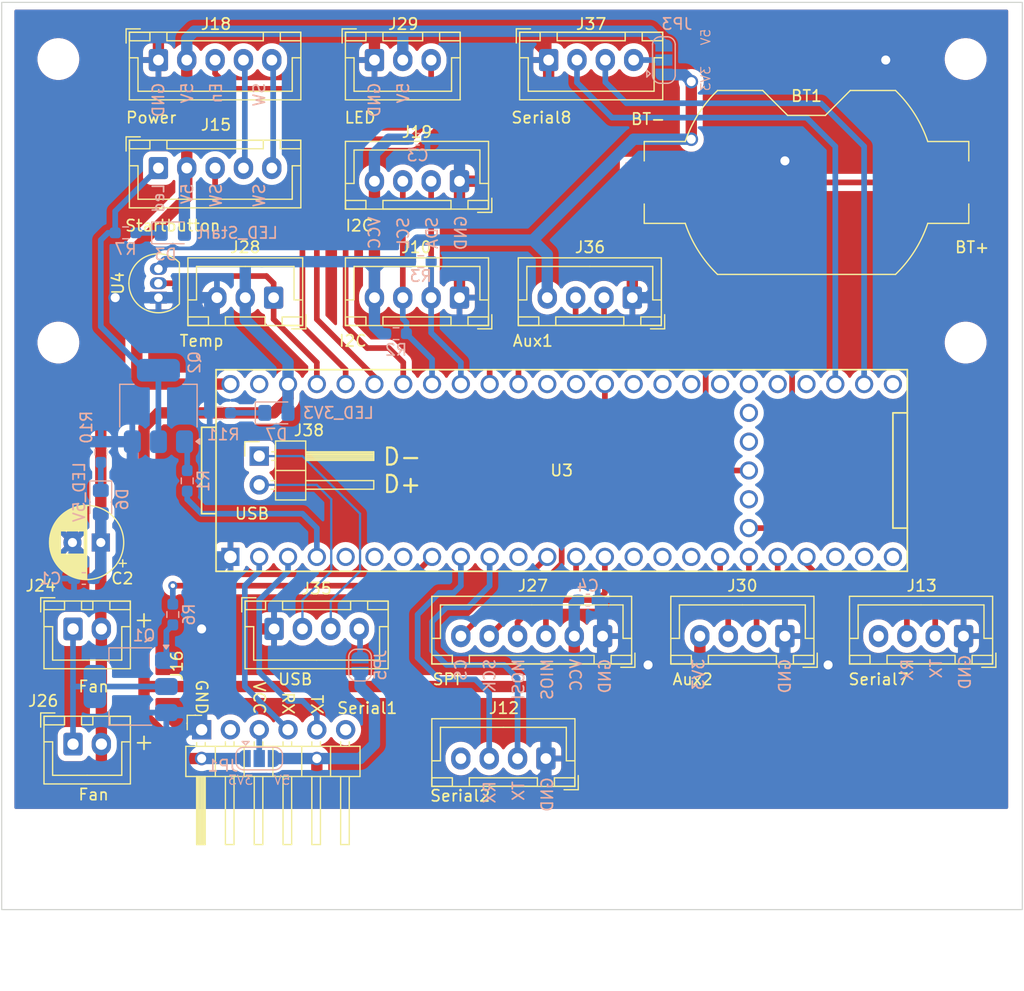
<source format=kicad_pcb>
(kicad_pcb
	(version 20240108)
	(generator "pcbnew")
	(generator_version "8.0")
	(general
		(thickness 1.6)
		(legacy_teardrops no)
	)
	(paper "A4")
	(layers
		(0 "F.Cu" signal)
		(31 "B.Cu" signal)
		(32 "B.Adhes" user "B.Adhesive")
		(33 "F.Adhes" user "F.Adhesive")
		(34 "B.Paste" user)
		(35 "F.Paste" user)
		(36 "B.SilkS" user "B.Silkscreen")
		(37 "F.SilkS" user "F.Silkscreen")
		(38 "B.Mask" user)
		(39 "F.Mask" user)
		(40 "Dwgs.User" user "User.Drawings")
		(41 "Cmts.User" user "User.Comments")
		(42 "Eco1.User" user "User.Eco1")
		(43 "Eco2.User" user "User.Eco2")
		(44 "Edge.Cuts" user)
		(45 "Margin" user)
		(46 "B.CrtYd" user "B.Courtyard")
		(47 "F.CrtYd" user "F.Courtyard")
		(48 "B.Fab" user)
		(49 "F.Fab" user)
		(50 "User.1" user)
		(51 "User.2" user)
		(52 "User.3" user)
		(53 "User.4" user)
		(54 "User.5" user)
		(55 "User.6" user)
		(56 "User.7" user)
		(57 "User.8" user)
		(58 "User.9" user)
	)
	(setup
		(stackup
			(layer "F.SilkS"
				(type "Top Silk Screen")
			)
			(layer "F.Paste"
				(type "Top Solder Paste")
			)
			(layer "F.Mask"
				(type "Top Solder Mask")
				(thickness 0.01)
			)
			(layer "F.Cu"
				(type "copper")
				(thickness 0.035)
			)
			(layer "dielectric 1"
				(type "core")
				(thickness 1.51)
				(material "FR4")
				(epsilon_r 4.5)
				(loss_tangent 0.02)
			)
			(layer "B.Cu"
				(type "copper")
				(thickness 0.035)
			)
			(layer "B.Mask"
				(type "Bottom Solder Mask")
				(thickness 0.01)
			)
			(layer "B.Paste"
				(type "Bottom Solder Paste")
			)
			(layer "B.SilkS"
				(type "Bottom Silk Screen")
			)
			(copper_finish "None")
			(dielectric_constraints no)
		)
		(pad_to_mask_clearance 0)
		(allow_soldermask_bridges_in_footprints no)
		(pcbplotparams
			(layerselection 0x00010fc_ffffffff)
			(plot_on_all_layers_selection 0x0000000_00000000)
			(disableapertmacros no)
			(usegerberextensions yes)
			(usegerberattributes no)
			(usegerberadvancedattributes no)
			(creategerberjobfile no)
			(dashed_line_dash_ratio 12.000000)
			(dashed_line_gap_ratio 3.000000)
			(svgprecision 6)
			(plotframeref no)
			(viasonmask no)
			(mode 1)
			(useauxorigin no)
			(hpglpennumber 1)
			(hpglpenspeed 20)
			(hpglpendiameter 15.000000)
			(pdf_front_fp_property_popups yes)
			(pdf_back_fp_property_popups yes)
			(dxfpolygonmode yes)
			(dxfimperialunits yes)
			(dxfusepcbnewfont yes)
			(psnegative no)
			(psa4output no)
			(plotreference yes)
			(plotvalue no)
			(plotfptext yes)
			(plotinvisibletext no)
			(sketchpadsonfab no)
			(subtractmaskfromsilk yes)
			(outputformat 1)
			(mirror no)
			(drillshape 0)
			(scaleselection 1)
			(outputdirectory "gerber/")
		)
	)
	(net 0 "")
	(net 1 "GNDD")
	(net 2 "+5V")
	(net 3 "SCK")
	(net 4 "Net-(BT1-+)")
	(net 5 "MISO")
	(net 6 "Net-(BT1--)")
	(net 7 "SDA")
	(net 8 "SCL")
	(net 9 "Net-(D3-K)")
	(net 10 "+3V3")
	(net 11 "MOSI")
	(net 12 "Net-(D6-K)")
	(net 13 "Net-(D7-K)")
	(net 14 "Net-(J12-Pin_2)")
	(net 15 "unconnected-(J12-Pin_4-Pad4)")
	(net 16 "Net-(J12-Pin_3)")
	(net 17 "Net-(J13-Pin_3)")
	(net 18 "unconnected-(J13-Pin_4-Pad4)")
	(net 19 "Net-(J13-Pin_2)")
	(net 20 "Net-(J15-Pin_4)")
	(net 21 "/TX")
	(net 22 "/RX")
	(net 23 "pwrbutton")
	(net 24 "Net-(J15-Pin_5)")
	(net 25 "Net-(J15-Pin_1)")
	(net 26 "unconnected-(J16-Pin_6-Pad6)")
	(net 27 "unconnected-(J16-Pin_2-Pad2)")
	(net 28 "Net-(J16-Pin_3)")
	(net 29 "pwrlatch")
	(net 30 "Net-(J24-Pin_1)")
	(net 31 "CS")
	(net 32 "Net-(J28-Pin_1)")
	(net 33 "Net-(J30-Pin_3)")
	(net 34 "Net-(J30-Pin_2)")
	(net 35 "Net-(J36-Pin_2)")
	(net 36 "Net-(J36-Pin_3)")
	(net 37 "Net-(Q1-B)")
	(net 38 "Net-(Q2-B)")
	(net 39 "/LED_START")
	(net 40 "/FANS")
	(net 41 "unconnected-(U3-33_MCLK2-Pad25)")
	(net 42 "unconnected-(U3-31_CTX3-Pad23)")
	(net 43 "unconnected-(U3-39_MISO1_OUT1A-Pad31)")
	(net 44 "unconnected-(U3-37_CS-Pad29)")
	(net 45 "unconnected-(U3-38_CS1_IN1-Pad30)")
	(net 46 "unconnected-(U3-GND-Pad47)")
	(net 47 "unconnected-(U3-30_CRX3-Pad22)")
	(net 48 "unconnected-(U3-5_IN2-Pad7)")
	(net 49 "unconnected-(U3-32_OUT1B-Pad24)")
	(net 50 "unconnected-(U3-25_A11_RX6_SDA2-Pad17)")
	(net 51 "unconnected-(U3-14_A0_TX3_SPDIF_OUT-Pad36)")
	(net 52 "unconnected-(U3-PROGRAM-Pad53)")
	(net 53 "unconnected-(U3-36_CS-Pad28)")
	(net 54 "unconnected-(U3-4_BCLK2-Pad6)")
	(net 55 "unconnected-(U3-ON_OFF-Pad54)")
	(net 56 "unconnected-(U3-GND-Pad34)")
	(net 57 "unconnected-(U3-9_OUT1C-Pad11)")
	(net 58 "unconnected-(U3-3V3-Pad15)")
	(net 59 "unconnected-(U3-15_A1_RX3_SPDIF_IN-Pad37)")
	(net 60 "unconnected-(U3-3V3-Pad51)")
	(net 61 "Net-(J37-Pin_4)")
	(net 62 "Net-(J37-Pin_2)")
	(net 63 "Net-(J37-Pin_3)")
	(net 64 "unconnected-(U3-24_A10_TX6_SCL2-Pad16)")
	(net 65 "unconnected-(U3-40_A16-Pad32)")
	(net 66 "unconnected-(U3-41_A17-Pad33)")
	(net 67 "LED")
	(net 68 "unconnected-(U3-3_LRCLK2-Pad5)")
	(net 69 "/USB_D+")
	(net 70 "/USB_D-")
	(net 71 "Net-(J35-Pin_4)")
	(footprint "Connector_JST:JST_XH_B4B-XH-A_1x04_P2.50mm_Vertical" (layer "F.Cu") (at 110.37 55.77 180))
	(footprint "Connector_JST:JST_XH_B4B-XH-A_1x04_P2.50mm_Vertical" (layer "F.Cu") (at 117.99 106.68 180))
	(footprint "Connector_JST:JST_XH_B5B-XH-A_1x05_P2.50mm_Vertical" (layer "F.Cu") (at 83.82 45.088))
	(footprint "Connector_JST:JST_XH_B4B-XH-A_1x04_P2.50mm_Vertical" (layer "F.Cu") (at 118.23 45.085))
	(footprint "Connector_JST:JST_XH_B4B-XH-A_1x04_P2.50mm_Vertical" (layer "F.Cu") (at 154.82 95.885 180))
	(footprint "Connector_JST:JST_XH_B5B-XH-A_1x05_P2.50mm_Vertical" (layer "F.Cu") (at 83.82 54.61))
	(footprint "Connector_JST:JST_XH_B2B-XH-A_1x02_P2.50mm_Vertical" (layer "F.Cu") (at 76.29 95.25))
	(footprint "Connector_PinHeader_2.54mm:PinHeader_1x02_P2.54mm_Horizontal" (layer "F.Cu") (at 92.71 80.01))
	(footprint "Connector_JST:JST_XH_B4B-XH-A_1x04_P2.50mm_Vertical" (layer "F.Cu") (at 110.37 66.04 180))
	(footprint "Battery:BatteryHolder_Keystone_1058_1x2032" (layer "F.Cu") (at 140.97 55.88 180))
	(footprint "Connector_JST:JST_XH_B3B-XH-A_1x03_P2.50mm_Vertical" (layer "F.Cu") (at 93.98 66.04 180))
	(footprint "Connector_JST:JST_XH_B4B-XH-A_1x04_P2.50mm_Vertical" (layer "F.Cu") (at 125.61 66.04 180))
	(footprint "Connector_JST:JST_XH_B6B-XH-A_1x06_P2.50mm_Vertical" (layer "F.Cu") (at 122.99 95.885 180))
	(footprint "Package_TO_SOT_THT:TO-92_Inline" (layer "F.Cu") (at 83.82 66.04 90))
	(footprint "MountingHole:MountingHole_3.2mm_M3" (layer "F.Cu") (at 75 45))
	(footprint "Connector_JST:JST_XH_B4B-XH-A_1x04_P2.50mm_Vertical" (layer "F.Cu") (at 94.02 95.25))
	(footprint "Connector_JST:JST_XH_B4B-XH-A_1x04_P2.50mm_Vertical" (layer "F.Cu") (at 139.065 95.885 180))
	(footprint "teensy:Teensy41_pinheaders" (layer "F.Cu") (at 119.38 81.28))
	(footprint "Connector_JST:JST_XH_B2B-XH-A_1x02_P2.50mm_Vertical" (layer "F.Cu") (at 76.29 105.41))
	(footprint "MountingHole:MountingHole_3.2mm_M3" (layer "F.Cu") (at 155 70))
	(footprint "MountingHole:MountingHole_3.2mm_M3" (layer "F.Cu") (at 155 115))
	(footprint "MountingHole:MountingHole_3.2mm_M3" (layer "F.Cu") (at 155 45))
	(footprint "Connector_PinHeader_2.54mm:PinHeader_1x06_P2.54mm_Horizontal"
		(layer "F.Cu")
		(uuid "df2709a9-a255-4f53-9496-85732562ad08")
		(at 87.63 104.14 90)
		(descr "Through hole angled pin header, 1x06, 2.54mm pitch, 6mm pin length, single row")
		(tags "Through hole angled pin header THT 1x06 2.54mm single row")
		(property "Reference" "J16"
			(at 5.655 -2.18 90)
			(layer "F.SilkS")
			(uuid "f5acc1cc-53b9-401e-813d-f88c076eeaec")
			(effects
				(font
					(size 1 1)
					(thickness 0.15)
				)
			)
		)
		(property "Value" "Serial"
			(at -4.409 14.909 90)
			(layer "F.Fab")
			(uuid "4e5af40c-1120-4a4c-915d-08a52167dbf0")
			(effects
				(font
					(size 1 1)
					(thickness 0.15)
				)
			)
		)
		(property "Footprint" "Connector_PinHeader_2.54mm:PinHeader_1x06_P2.54mm_Horizontal"
			(at 0 0 90)
			(layer "F.Fab")
			(hide yes)
			(uuid "bda3f948-a984-4848-82ef-d0fe5806b31d")
			(effects
				(font
					(size 1.27 1.27)
					(thickness 0.15)
				)
			)
		)
		(property "Datasheet" ""
			(at 0 0 90)
			(layer "F.Fab")
			(hide yes)
			(uuid "a940567f-b465-4edc-8ad9-98a3f131597a")
			(effects
				(font
					(size 1.27 1.27)
					(thickness 0.15)
				)
			)
		)
		(property "Description" ""
			(at 0 0 90)
			(layer "F.Fab")
			(hide yes)
			(uuid "4fa30af8-fdcf-406e-afff-489298a10742")
			(effects
				(font
					(size 1.27 1.27)
					(thickness 0.15)
				)
			)
		)
		(property ki_fp_filters "Connector*:*_1x??_*")
		(path "/00000000-0000-0000-0000-00005ded3beb")
		(sheetname "Root")
		(sheetfile "Bobbycar_wiring.kicad_sch")
		(attr through_hole)
		(fp_line
			(start -1.464 -1.391)
			(end -1.464 13.969)
			(stroke
				(width 0.12)
				(type solid)
			)
			(layer "F.SilkS")
			(uuid "ff858341-0b70-426f-a774-a02ae1de057a")
		)
		(fp_line
			(start -4.124 -1.391)
			(end -1.464 -1.391)
			(stroke
				(width 0.12)
				(type solid)
			)
			(layer "F.SilkS")
			(uuid "e673f4f3-448d-4441-b712-50ff184501fc")
		)
		(fp_line
			(start 1.27 -1.27)
			(end 0 -1.27)
			(stroke
				(width 0.12)
				(type solid)
			)
			(layer "F.SilkS")
			(uuid "40c2a83c-a8b5-4f65-a3cb-fde5a316701d")
		)
		(fp_line
			(start -1.134 -0.441)
			(end -1.464 -0.441)
			(stroke
				(width 0.12)
				(type solid)
			)
			(layer "F.SilkS")
			(uuid "9cb3bf8a-1bb2-4bf8-8558-700d36e285c2")
		)
		(fp_line
			(start -4.124 -0.441)
			(end -10.124 -0.441)
			(stroke
				(width 0.12)
				(type solid)
			)
			(layer "F.SilkS")
			(uuid "a07cb51f-86d4-4373-9857-0ccd9d00423e")
		)
		(fp_line
			(start -10.124 -0.441)
			(end -10.124 0.319)
			(stroke
				(width 0.12)
				(type solid)
			)
			(layer "F.SilkS")
			(uuid "9e441be5-58e1-491c-9643-07251b64d48a")
		)
		(fp_line
			(start -4.124 -0.381)
			(end -10.124 -0.381)
			(stroke
				(width 0.12)
				(type solid)
			)
			(layer "F.SilkS")
			(uuid "e4625e0d-dbce-405a-a261-f4d04537737c")
		)
		(fp_line
			(start -4.124 -0.261)
			(end -10.124 -0.261)
			(stroke
				(width 0.12)
				(type solid)
			)
			(layer "F.SilkS")
			(uuid "695c8dac-022e-4cd7-8d0e-db78a891902c")
		)
		(fp_line
			(start -4.124 -0.141)
			(end -10.124 -0.141)
			(stroke
				(width 0.12)
				(type solid)
			)
			(layer "F.SilkS")
			(uuid "8a3a5bf4-bd03-44cc-9805-36efa82e9b6b")
		)
		(fp_line
			(start -4.124 -0.021)
			(end -10.124 -0.021)
			(stroke
				(width 0.12)
				(type solid)
			)
			(layer "F.SilkS")
			(uuid "42df384e-d7dc-4f74-9922-921c445d2326")
		)
		(fp_line
			(start 1.27 0)
			(end 1.27 -1.27)
			(stroke
				(width 0.12)
				(type solid)
			)
			(layer "F.SilkS")
			(uuid "63ab3d9f-22bb-4ebe-976f-1360b0efa1b1")
		)
		(fp_line
			(start -4.124 0.099)
			(end -10.124 0.099)
			(stroke
				(width 0.12)
				(type solid)
			)
			(layer "F.SilkS")
			(uuid "fe8a35d6-7fe6-4290-a08d-1e3a8a2f7abd")
		)
		(fp_line
			(start -4.124 0.219)
			(end -10.124 0.219)
			(stroke
				(width 0.12)
				(type solid)
			)
			(layer "F.SilkS")
			(uuid "802e6ad4-7c1c-40fd-ab9a-669d9af875be")
		)
		(fp_line
			(start -1.134 0.319)
			(end -1.464 0.319)
			(stroke
				(width 0.12)
				(type solid)
			)
			(layer "F.SilkS")
			(uuid "879b8008-a16e-49dd-bcba-5dfb21fc83ac")
		)
		(fp_line
			(start -10.124 0.319)
			(end -4.124 0.319)
			(stroke
				(width 0.12)
				(type solid)
			)
			(layer "F.SilkS")
			(uuid "bf3ebfd7-816e-41ef-b888-8b0ec0bf51bc")
		)
		(fp_line
			(start -1.464 1.209)
			(end -4.124 1.209)
			(stroke
				(width 0.12)
				(type solid)
			)
			(layer "F.SilkS")
			(uuid "da2512ff-05f0-4d89-846e-3ab2ed0fbbbb")
		)
		(fp_line
			(start -1.066929 2.099)
			(end -1.464 2.099)
			(stroke
				(width 0.12)
				(type solid)
			)
			(layer "F.SilkS")
			(uuid "4da22748-d7ac-43a7-ade1-97e67d38831c")
		)
		(fp_line
			(start -4.124 2.099)
			(end -10.124 2.099)
			(stroke
				(width 0.12)
				(type solid)
			)
			(layer "F.SilkS")
			(uuid "3b445876-31ff-41fc-809c-228bb29e475f")
		)
		(fp_line
			(start -10.124 2.099)
			(end -10.124 2.859)
			(stroke
				(width 0.12)
				(type solid)
			)
			(layer "F.SilkS")
			(uuid "da430500-8cd9-4486-8fbd-cf918fc03e1f")
		)
		(fp_line
			(start -1.066929 2.859)
			(end -1.464 2.859)
			(stroke
				(width 0.12)
				(type solid)
			)
			(layer "F.SilkS")
			(uuid "03886cab-7ec7-4aba-93b3-a517efee6b77")
		)
		(fp_line
			(start -10.124 2.859)
			(end -4.124 2.859)
			(stroke
				(width 0.12)
				(type solid)
			)
			(layer "F.SilkS")
			(uuid "f074e889-747a-4df2-986c-1d9c1ea31d09")
		)
		(fp_line
			(start -1.464 3.749)
			(end -4.124 3.749)
			(stroke
				(width 0.12)
				(type solid)
			)
			(layer "F.SilkS")
			(uuid "0d8c4f72-75e7-47d7-8797-9fc09c2e5829")
		)
		(fp_line
			(start -1.066929 4.639)
			(end -1.464 4.639)
			(stroke
				(width 0.12)
				(type solid)
			)
			(layer "F.SilkS")
			(uuid "a7a1d6dd-2ae0-4de1-b479-57cb98dcfb4e")
		)
		(fp_line
			(start -4.124 4.639)
			(end -10.124 4.639)
			(stroke
				(width 0.12)
				(type solid)
			)
			(layer "F.SilkS")
			(uuid "e38b3f08-35a3-4593-be8a-449e29f4dbfd")
		)
		(fp_line
			(start -10.124 4.639)
			(end -10.124 5.399)
			(stroke
				(width 0.12)
				(type solid)
			)
			(layer "F.SilkS")
			(uuid "f268e2ed-20ed-4ba8-a520-6c667c2a684c")
		)
		(fp_line
			(start -1.066929 5.399)
			(end -1.464 5.399)
			(stroke
				(width 0.12)
				(type solid)
			)
			(layer "F.SilkS")
			(uuid "a7372ee6-290a-476f-b1cd-cf6789b030de")
		)
		(fp_line
			(start -10.124 5.399)
			(end -4.124 5.399)
			(stroke
				(width 0.12)
				(type solid)
			)
			(layer "F.SilkS")
			(uuid "0a4fe3da-0838-46d3-a664-9c29949bbd7f")
		)
		(fp_line
			(start -1.464 6.289)
			(end -4.124 6.289)
			(stroke
				(width 0.12)
				(type solid)
			)
			(layer "F.SilkS")
			(uuid "ade3d5a8-f914-4e87-a724-ec0c76eb4fef")
		)
		(fp_line
			(start -1.066929 7.179)
			(end -1.464 7.179)
			(stroke
				(width 0.12)
				(type solid)
			)
			(layer "F.SilkS")
			(uuid "ac39a0d9-1e51-4776-bdfb-df0adbba14a2")
		)
		(fp_line
			(start -4.124 7.179)
			(end -10.124 7.179)
			(stroke
				(width 0.12)
				(type solid)
			)
			(layer "F.SilkS")
			(uuid "d63be43c-c963-42d4-aa70-7a7240c2f240")
		)
		(fp_line
			(start -10.124 7.179)
			(end -10.124 7.939)
			(stroke
				(width 0.12)
				(type solid)
			)
			(layer "F.SilkS")
			(uuid "f410e926-dbfa-48f5-b972-d5f6291a31b8")
		)
		(fp_line
			(start -1.066929 7.939)
			(end -1.464 7.939)
			(stroke
				(width 0.12)
				(type solid)
			)
			(layer "F.SilkS")
			(uuid "c3345f45-aa18-43db-85b5-1486d2989b00")
		)
		(fp_line
			(start -10.124 7.939)
			(end -4.124 7.939)
			(stroke
				(width 0.12)
				(type solid)
			)
			(layer "F.SilkS")
			(uuid "45d3591e-cf15-4453-b267-8905a374d860")
		)
		(fp_line
			(start -1.464 8.829)
			(end -4.124 8.829)
			(stroke
				(width 0.12)
				(type solid)
			)
			(layer "F.SilkS")
			(uuid "6a05d85d-4e5b-4479-aeb8-df593e27bc77")
		)
		(fp_line
			(start -1.066929 9.719)
			(end -1.464 9.719)
			(stroke
				(width 0.12)
				(type solid)
			)
			(layer "F.SilkS")
			(uuid "26c35d8c-d588-449a-9e71-6ee1a2167206")
		)
		(fp_line
			(start -4.124 9.719)
			(end -10.124 9.719)
			(stroke
				(width 0.12)
				(type solid)
			)
			(layer "F.SilkS")
			(uuid "7b3b01dd-3389-4244-8db7-f2b2c283a3c8")
		)
		(fp_line
			(start -10.124 9.719)
			(end -10.124 10.479)
			(stroke
				(width 0.12)
				(type solid)
			)
			(layer "F.SilkS")
			(uuid "67348e85-a897-44df-8fed-5ac589ca9428")
		)
		(fp_line
			(start -1.066929 10.479)
			(end -1.464 10.479)
			(stroke
				(width 0.12)
				(type solid)
			)
			(layer "F.SilkS")
			(uuid "91a0f327-e2b6-47f0-9327-b0591d93798b")
		)
		(fp_line
			(start -10.124 10.479)
			(end -4.124 10.479)
			(stroke
				(width 0.12)
				(type solid)
			)
			(layer "F.SilkS")
			(uuid "12281e12-4cd3-4ee8-824a-367b6edbb7e7")
		)
		(fp_line
			(start -1.464 11.369)
			(end -4.124 11.369)
			(stroke
				(width 0.12)
				(type solid)
			)
			(layer "F.SilkS")
			(uuid "80548d32-53fd-48a0-845d-ac7c4c108ee7")
		)
		(fp_line
			(start -1.066929 12.259)
			(end -1.464 12.259)
			(stroke
				(width 0.12)
				(type solid)
			)
			(layer "F.SilkS")
			(uuid "8e4280a1-2894-4a3e-b10c-2ab91b09bf3d")
		)
		(fp_line
			(start -4.124 12.259)
			(end -10.124 12.259)
			(stroke
				(width 0.12)
				(type solid)
			)
			(layer "F.SilkS")
			(uuid "96a63453-4e0a-4c3f-bc9a-3994fdd8c09d")
		)
		(fp_line
			(start -10.124 12.259)
			(end -10.124 13.019)
			(stroke
				(width 0.12)
				(type solid)
			)
			(layer "F.SilkS")
			(uuid "f789024b-e2c7-4e5e-8c8d-3af76c558c03")
		)
		(fp_line
			(start -1.066929 13.019)
			(end -1.464 13.019)
			(stroke
				(width 0.12)
				(type solid)
			)
			(layer "F.SilkS")
			(uuid "39dc24da-b2c9-4ebf-b488-de43b806a192")
		)
		(fp_line
			(start -10.124 13.019)
			(end -4.124 13.019)
			(stroke
				(width 0.12)
				(type solid)
			)
			(layer "F.SilkS")
			(uuid "45cba37c-37fe-4afe-8412-4089c1f0d251")
		)
		(fp_line
			(start -1.464 13.969)
			(end -4.124 13.969)
			(stroke
				(width 0.12)
				(type solid)
			)
			(layer "F.SilkS")
			(uuid "a243517a-664a-4c60-9e62-5a464d805ade")
		)
		(fp_line
			(start -4.124 13.969)
			(end -4.124 -1.391)
			(stroke
				(width 0.12)
				(type solid)
			)
			(layer "F.SilkS")
			(uuid "d36d7983-aadf-49a4-8003-33e6e36a8967")
		)
		(fp_line
			(start 1.776 -1.861)
			(end 1.776 14.439)
			(stroke
				(width 0.05)
				(type solid)
			)
			(layer "F.CrtYd")
			(uuid "c757bdde-c855-4ffa-af39-9f74f3d1a9da")
		)
		(fp_line
			(start -10.574 -1.861)
			(end 1.776 -1.861)
			(stroke
				(width 0.05)
				(type solid)
			)
			(layer "F.CrtYd")
			(uuid "087a1795-ba65-46f7-a20e-01fca8d44e69")
		)
		(fp_line
			(start 1.776 14.439)
			(end -10.574 14.439)
			(stroke
				(width 0.05)
				(type solid)
			)
			(layer "F.CrtYd")
			(uuid "1e549ee2-ef2b-48c4-b5b1-bf1981b6c2a3")
		)
		(fp_line
			(start -10.574 14.439)
			(end -10.574 -1.861)
			(stroke
				(width 0.05)
				(type solid)
			)
			(layer "F.CrtYd")
			(uuid "a1167924-7ece-471c-9aa6-7e307ecbd38d")
		)
		(fp_line
			(start -2.159 -1.331)
			(end -4.064 -1.331)
			(stroke
				(width 0.1)
				(type solid)
			)
			(layer "F.Fab")
			(uuid "d93379dd-f242-4b7e-a03c-1ebdf31057f3")
		)
		(fp_line
			(start -4.064 -1.331)
			(end -4.064 13.909)
			(stroke
				(width 0.1)
				(type solid)
			)
			(layer "F.Fab")
			(uuid "91b5a631-047b-47fc-8236-d70b7ea7bcfb")
		)
		(fp_line
			(start -1.524 -0.696)
			(end -2.159 -1.331)
			(stroke
				(width 0.1)
				(type solid)
			)
			(layer "F.Fab")
			(uuid "5599beed-bc12-473b-ad38-8f2a0224003e")
		)
		(fp_line
			(start 0.296 -0.381)
			(end -1.524 -0.381)
			(stroke
				(width 0.1)
				(type solid)
			)
			(layer "F.Fab")
			(uuid "99c6d57d-4d2c-4e20-8aaa-ebce25415856")
		)
		(fp_line
			(start 0.296 -0.381)
			(end 0.296 0.259)
			(stroke
				(width 0.1)
				(type solid)
			)
			(layer "F.Fab")
			(uuid "f9ca1465-940b-4138-ab1f-34841faa9e6b")
		)
		(fp_line
			(start -4.064 -0.381)
			(end -10.064 -0.381)
			(stroke
				(width 0.1)
				(type solid)
			)
			(layer "F.Fab")
			(uuid "56e1f187-2c27-4b52-9976-4c9442ab1dbd")
		)
		(fp_line
			(start -10.064 -0.381)
			(end -10.064 0.259)
			(stroke
				(width 0.1)
				(type solid)
			)
			(layer "F.Fab")
			(uuid "dbdd6f76-50fe-4c9b-89a6-455a08bcdcfe")
		)
		(fp_line
			(start 0.296 0.259)
			(end -1.524 0.259)
			(stroke
				(width 0.1)
				(type solid)
			)
			(layer "F.Fab")
			(uuid "44dc86c7-4ea4-4164-937e-991217bf1a89")
		)
		(fp_line
			(start -4.064 0.259)
			(end -10.064 0.259)
			(stroke
				(width 0.1)
				(type solid)
			)
			(layer "F.Fab")
			(uuid "fb0a2bc9-23ee-4dc2-b641-8ff8f1de9a3f")
		)
		(fp_line
			(start 0.296 2.159)
			(end -1.524 2.159)
			(stroke
				(width 0.1)
				(type solid)
			)
			(layer "F.Fab")
			(uuid "fee634a3-9d10-4e11-9564-4de30a94c4f2")
		)
		(fp_line
			(start 0.296 2.159)
			(end 0.296 2.799)
			(stroke
				(width 0.1)
				(type solid)
			)
			(layer "F.Fab")
			(uuid "7110de11-31b9-4295-8609-3260c76fddd4")
		)
		(fp_line
			(start -4.064 2.159)
			(end -10.064 2.159)
			(stroke
				(width 0.1)
				(type solid)
			)
			(layer "F.Fab")
			(uuid "f6c28b86-d1d5-4c1d-9779-1140a774ceaa")
		)
		(fp_line
			(start -10.064 2.159)
			(end -10.064 2.799)
			(stroke
				(width 0.1)
				(type solid)
			)
			(layer "F.Fab")
			(uuid "c5248a4f-278b-49d8-9513-6cbf7aa77b93")
		)
		(fp_line
			(start 0.296 2.799)
			(end -1.524 2.799)
			(stroke
				(width 0.1)
				(type solid)
			)
			(layer "F.Fab")
			(uuid "08bb82e0-dd2c-4b71-8d9e-a7cd728d7ce7")
		)
		(fp_line
			(start -4.064 2.799)
			(end -10.064 2.799)
			(stroke
				(width 0.1)
				(type solid)
			)
			(layer "F.Fab")
			(uuid "10a659f3-25ee-41c9-9d0d-6b19d1958d07")
		)
		(fp_line
			(start 0.296 4.699)
			(end -1.524 4.699)
			(stroke
				(width 0.1)
				(type solid)
			)
			(layer "F.Fab")
			(uuid "37e451ab-3262-411b-b694-ae3fbb3c2e56")
		)
		(fp_line
			(start 0.296 4.699)
			(end 0.296 5.339)
			(stroke
				(width 0.1)
				(type solid)
			)
			(layer "F.Fab")
			(uuid "b187e3dc-a741-4cd2-9853-488715d6fb5a")
		)
		(fp_line
			(start -4.064 4.699)
			(end -10.064 4.699)
			(stroke
				(width 0.1)
				(type solid)
			)
			(layer "F.Fab")
			(uuid "f5940b9d-835c-42fc-bcf4-bab33e4a397d")
		)
		(fp_line
			(start -10.064 4.699)
			(end -10.064 5.339)
			(stroke
				(width 0.1)
				(type solid)
			)
			(layer "F.Fab")
			(uuid "730150dc-59cc-4f37-bad5-445ef822bd25")
		)
		(fp_line
			(start 0.296 5.339)
			(end -1.524 5.339)
			(stroke
				(width 0.1)
				(type solid)
			)
			(layer "F.Fab")
			(uuid "796efcc9-1bd9-467f-a5a7-bfbc6c2e91dd")
		)
		(fp_line
			(start -4.064 5.339)
			(end -10.064 5.339)
			(stroke
				(width 0.1)
				(type solid)
			)
			(layer "F.Fab")
			(uuid "75216e98-5df1-443c-b329-5a93b07155c3")
		)
		(fp_line
			(start 0.296 7.239)
			(end -1.524 7.239)
			(stroke
				(width 0.1)
				(type solid)
			)
			(layer "F.Fab")
			(uuid "dafcbaeb-5bc8-48df-9db2-c5d5164ffa65")
		)
		(fp_line
			(start 0.296 7.239)
			(end 0.296 7.879)
			(stroke
				(width 0.1)
				(type solid)
			)
			(layer "F.Fab")
			(uuid "623e234e-6d6e-43dc-b3a6-ad0086673bd5")
		)
		(fp_line
			(start -4.064 7.239)
			(end -10.064 7.239)
			(stroke
				(width 0.1)
				(type solid)
			)
			(layer "F.Fab")
			(uuid "e6869a34-9732-48e1-b90a-31d9ec3ef352")
		)
		(fp_line
			(start -10.064 7.239)
			(end -10.064 7.879)
			(stroke
				(width 0.1)
				(type solid)
			)
			(layer "F.Fab")
			(uuid "3cfd93d0-510d-40c0-ab6a-5ab4aa9f2fbd")
		)
		(fp_line
			(start 0.296 7.879)
			(end -1.524 7.879)
			(stroke
				(width 0.1)
				(type solid)
			)
			(layer "F.Fab")
			(uuid "a3fd7fda-a066-4cc1-a2ae-e3bcadf78cd7")
		)
		(fp_line
			(start -4.064 7.879)
			(end -10.064 7.879)
			(stroke
				(width 0.1)
				(type solid)
			)
			(layer "F.Fab")
			(uuid "cc902fc0-3b8d-40e3-93bb-03bc3e596b93")
		)
		(fp_line
			(start 0.296 9.779)
			(end -1.524 9.779)
			(stroke
				(width 0.1)
				(type solid)
			)
			(layer "F.Fab")
			(uuid "9049fa7f-ad6e-4de3-88f2-90581be2672a")
		)
		(fp_line
			(start 0.296 9.779)
			(end 0.296 10.419)
			(stroke
				(width 0.1)
				(type solid)
			)
			(layer "F.Fab")
			(uuid "313bfb7d-245f-4091-affe-82bf51c04606")
		)
		(fp_line
			(start -4.064 9.779)
			(end -10.064 9.779)
			(stroke
				(width 0.1)
				(type solid)
			)
			(layer "F.Fab")
			(uuid "47399ade-9d6a-4f55-abcd-10d75c36277b")
		)
		(fp_line
... [527136 chars truncated]
</source>
